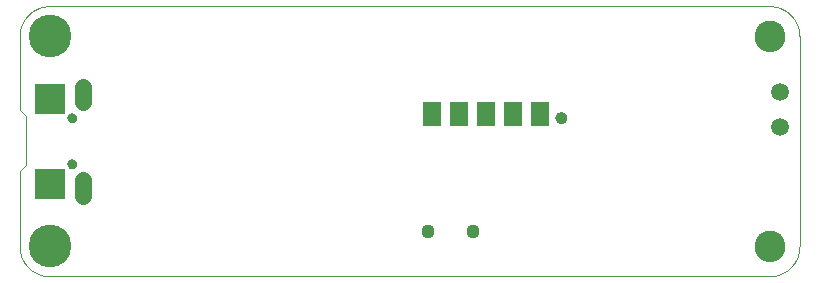
<source format=gbs>
G75*
%MOIN*%
%OFA0B0*%
%FSLAX25Y25*%
%IPPOS*%
%LPD*%
%AMOC8*
5,1,8,0,0,1.08239X$1,22.5*
%
%ADD10C,0.00000*%
%ADD11C,0.10243*%
%ADD12C,0.14243*%
%ADD13C,0.03156*%
%ADD14R,0.10243X0.10243*%
%ADD15C,0.05550*%
%ADD16C,0.03943*%
%ADD17R,0.06306X0.08274*%
%ADD18C,0.04337*%
%ADD19C,0.05943*%
D10*
X0049095Y0045933D02*
X0289095Y0045933D01*
X0284174Y0055933D02*
X0284176Y0056073D01*
X0284182Y0056213D01*
X0284192Y0056352D01*
X0284206Y0056491D01*
X0284224Y0056630D01*
X0284245Y0056768D01*
X0284271Y0056906D01*
X0284301Y0057043D01*
X0284334Y0057178D01*
X0284372Y0057313D01*
X0284413Y0057447D01*
X0284458Y0057580D01*
X0284506Y0057711D01*
X0284559Y0057840D01*
X0284615Y0057969D01*
X0284674Y0058095D01*
X0284738Y0058220D01*
X0284804Y0058343D01*
X0284875Y0058464D01*
X0284948Y0058583D01*
X0285025Y0058700D01*
X0285106Y0058814D01*
X0285189Y0058926D01*
X0285276Y0059036D01*
X0285366Y0059144D01*
X0285458Y0059248D01*
X0285554Y0059350D01*
X0285653Y0059450D01*
X0285754Y0059546D01*
X0285858Y0059640D01*
X0285965Y0059730D01*
X0286074Y0059817D01*
X0286186Y0059902D01*
X0286300Y0059983D01*
X0286416Y0060061D01*
X0286534Y0060135D01*
X0286655Y0060206D01*
X0286777Y0060274D01*
X0286902Y0060338D01*
X0287028Y0060399D01*
X0287155Y0060456D01*
X0287285Y0060509D01*
X0287416Y0060559D01*
X0287548Y0060604D01*
X0287681Y0060647D01*
X0287816Y0060685D01*
X0287951Y0060719D01*
X0288088Y0060750D01*
X0288225Y0060777D01*
X0288363Y0060799D01*
X0288502Y0060818D01*
X0288641Y0060833D01*
X0288780Y0060844D01*
X0288920Y0060851D01*
X0289060Y0060854D01*
X0289200Y0060853D01*
X0289340Y0060848D01*
X0289479Y0060839D01*
X0289619Y0060826D01*
X0289758Y0060809D01*
X0289896Y0060788D01*
X0290034Y0060764D01*
X0290171Y0060735D01*
X0290307Y0060703D01*
X0290442Y0060666D01*
X0290576Y0060626D01*
X0290709Y0060582D01*
X0290840Y0060534D01*
X0290970Y0060483D01*
X0291099Y0060428D01*
X0291226Y0060369D01*
X0291351Y0060306D01*
X0291474Y0060241D01*
X0291596Y0060171D01*
X0291715Y0060098D01*
X0291833Y0060022D01*
X0291948Y0059943D01*
X0292061Y0059860D01*
X0292171Y0059774D01*
X0292279Y0059685D01*
X0292384Y0059593D01*
X0292487Y0059498D01*
X0292587Y0059400D01*
X0292684Y0059300D01*
X0292778Y0059196D01*
X0292870Y0059090D01*
X0292958Y0058982D01*
X0293043Y0058871D01*
X0293125Y0058757D01*
X0293204Y0058641D01*
X0293279Y0058524D01*
X0293351Y0058404D01*
X0293419Y0058282D01*
X0293484Y0058158D01*
X0293546Y0058032D01*
X0293604Y0057905D01*
X0293658Y0057776D01*
X0293709Y0057645D01*
X0293755Y0057513D01*
X0293798Y0057380D01*
X0293838Y0057246D01*
X0293873Y0057111D01*
X0293905Y0056974D01*
X0293932Y0056837D01*
X0293956Y0056699D01*
X0293976Y0056561D01*
X0293992Y0056422D01*
X0294004Y0056282D01*
X0294012Y0056143D01*
X0294016Y0056003D01*
X0294016Y0055863D01*
X0294012Y0055723D01*
X0294004Y0055584D01*
X0293992Y0055444D01*
X0293976Y0055305D01*
X0293956Y0055167D01*
X0293932Y0055029D01*
X0293905Y0054892D01*
X0293873Y0054755D01*
X0293838Y0054620D01*
X0293798Y0054486D01*
X0293755Y0054353D01*
X0293709Y0054221D01*
X0293658Y0054090D01*
X0293604Y0053961D01*
X0293546Y0053834D01*
X0293484Y0053708D01*
X0293419Y0053584D01*
X0293351Y0053462D01*
X0293279Y0053342D01*
X0293204Y0053225D01*
X0293125Y0053109D01*
X0293043Y0052995D01*
X0292958Y0052884D01*
X0292870Y0052776D01*
X0292778Y0052670D01*
X0292684Y0052566D01*
X0292587Y0052466D01*
X0292487Y0052368D01*
X0292384Y0052273D01*
X0292279Y0052181D01*
X0292171Y0052092D01*
X0292061Y0052006D01*
X0291948Y0051923D01*
X0291833Y0051844D01*
X0291715Y0051768D01*
X0291596Y0051695D01*
X0291474Y0051625D01*
X0291351Y0051560D01*
X0291226Y0051497D01*
X0291099Y0051438D01*
X0290970Y0051383D01*
X0290840Y0051332D01*
X0290709Y0051284D01*
X0290576Y0051240D01*
X0290442Y0051200D01*
X0290307Y0051163D01*
X0290171Y0051131D01*
X0290034Y0051102D01*
X0289896Y0051078D01*
X0289758Y0051057D01*
X0289619Y0051040D01*
X0289479Y0051027D01*
X0289340Y0051018D01*
X0289200Y0051013D01*
X0289060Y0051012D01*
X0288920Y0051015D01*
X0288780Y0051022D01*
X0288641Y0051033D01*
X0288502Y0051048D01*
X0288363Y0051067D01*
X0288225Y0051089D01*
X0288088Y0051116D01*
X0287951Y0051147D01*
X0287816Y0051181D01*
X0287681Y0051219D01*
X0287548Y0051262D01*
X0287416Y0051307D01*
X0287285Y0051357D01*
X0287155Y0051410D01*
X0287028Y0051467D01*
X0286902Y0051528D01*
X0286777Y0051592D01*
X0286655Y0051660D01*
X0286534Y0051731D01*
X0286416Y0051805D01*
X0286300Y0051883D01*
X0286186Y0051964D01*
X0286074Y0052049D01*
X0285965Y0052136D01*
X0285858Y0052226D01*
X0285754Y0052320D01*
X0285653Y0052416D01*
X0285554Y0052516D01*
X0285458Y0052618D01*
X0285366Y0052722D01*
X0285276Y0052830D01*
X0285189Y0052940D01*
X0285106Y0053052D01*
X0285025Y0053166D01*
X0284948Y0053283D01*
X0284875Y0053402D01*
X0284804Y0053523D01*
X0284738Y0053646D01*
X0284674Y0053771D01*
X0284615Y0053897D01*
X0284559Y0054026D01*
X0284506Y0054155D01*
X0284458Y0054286D01*
X0284413Y0054419D01*
X0284372Y0054553D01*
X0284334Y0054688D01*
X0284301Y0054823D01*
X0284271Y0054960D01*
X0284245Y0055098D01*
X0284224Y0055236D01*
X0284206Y0055375D01*
X0284192Y0055514D01*
X0284182Y0055653D01*
X0284176Y0055793D01*
X0284174Y0055933D01*
X0289095Y0045933D02*
X0289337Y0045936D01*
X0289578Y0045945D01*
X0289819Y0045959D01*
X0290060Y0045980D01*
X0290300Y0046006D01*
X0290540Y0046038D01*
X0290779Y0046076D01*
X0291016Y0046119D01*
X0291253Y0046169D01*
X0291488Y0046224D01*
X0291722Y0046284D01*
X0291954Y0046351D01*
X0292185Y0046422D01*
X0292414Y0046500D01*
X0292641Y0046583D01*
X0292866Y0046671D01*
X0293089Y0046765D01*
X0293309Y0046864D01*
X0293527Y0046969D01*
X0293742Y0047078D01*
X0293955Y0047193D01*
X0294165Y0047313D01*
X0294371Y0047438D01*
X0294575Y0047568D01*
X0294776Y0047703D01*
X0294973Y0047843D01*
X0295167Y0047987D01*
X0295357Y0048136D01*
X0295543Y0048290D01*
X0295726Y0048448D01*
X0295905Y0048610D01*
X0296080Y0048777D01*
X0296251Y0048948D01*
X0296418Y0049123D01*
X0296580Y0049302D01*
X0296738Y0049485D01*
X0296892Y0049671D01*
X0297041Y0049861D01*
X0297185Y0050055D01*
X0297325Y0050252D01*
X0297460Y0050453D01*
X0297590Y0050657D01*
X0297715Y0050863D01*
X0297835Y0051073D01*
X0297950Y0051286D01*
X0298059Y0051501D01*
X0298164Y0051719D01*
X0298263Y0051939D01*
X0298357Y0052162D01*
X0298445Y0052387D01*
X0298528Y0052614D01*
X0298606Y0052843D01*
X0298677Y0053074D01*
X0298744Y0053306D01*
X0298804Y0053540D01*
X0298859Y0053775D01*
X0298909Y0054012D01*
X0298952Y0054249D01*
X0298990Y0054488D01*
X0299022Y0054728D01*
X0299048Y0054968D01*
X0299069Y0055209D01*
X0299083Y0055450D01*
X0299092Y0055691D01*
X0299095Y0055933D01*
X0299095Y0125933D01*
X0284174Y0125933D02*
X0284176Y0126073D01*
X0284182Y0126213D01*
X0284192Y0126352D01*
X0284206Y0126491D01*
X0284224Y0126630D01*
X0284245Y0126768D01*
X0284271Y0126906D01*
X0284301Y0127043D01*
X0284334Y0127178D01*
X0284372Y0127313D01*
X0284413Y0127447D01*
X0284458Y0127580D01*
X0284506Y0127711D01*
X0284559Y0127840D01*
X0284615Y0127969D01*
X0284674Y0128095D01*
X0284738Y0128220D01*
X0284804Y0128343D01*
X0284875Y0128464D01*
X0284948Y0128583D01*
X0285025Y0128700D01*
X0285106Y0128814D01*
X0285189Y0128926D01*
X0285276Y0129036D01*
X0285366Y0129144D01*
X0285458Y0129248D01*
X0285554Y0129350D01*
X0285653Y0129450D01*
X0285754Y0129546D01*
X0285858Y0129640D01*
X0285965Y0129730D01*
X0286074Y0129817D01*
X0286186Y0129902D01*
X0286300Y0129983D01*
X0286416Y0130061D01*
X0286534Y0130135D01*
X0286655Y0130206D01*
X0286777Y0130274D01*
X0286902Y0130338D01*
X0287028Y0130399D01*
X0287155Y0130456D01*
X0287285Y0130509D01*
X0287416Y0130559D01*
X0287548Y0130604D01*
X0287681Y0130647D01*
X0287816Y0130685D01*
X0287951Y0130719D01*
X0288088Y0130750D01*
X0288225Y0130777D01*
X0288363Y0130799D01*
X0288502Y0130818D01*
X0288641Y0130833D01*
X0288780Y0130844D01*
X0288920Y0130851D01*
X0289060Y0130854D01*
X0289200Y0130853D01*
X0289340Y0130848D01*
X0289479Y0130839D01*
X0289619Y0130826D01*
X0289758Y0130809D01*
X0289896Y0130788D01*
X0290034Y0130764D01*
X0290171Y0130735D01*
X0290307Y0130703D01*
X0290442Y0130666D01*
X0290576Y0130626D01*
X0290709Y0130582D01*
X0290840Y0130534D01*
X0290970Y0130483D01*
X0291099Y0130428D01*
X0291226Y0130369D01*
X0291351Y0130306D01*
X0291474Y0130241D01*
X0291596Y0130171D01*
X0291715Y0130098D01*
X0291833Y0130022D01*
X0291948Y0129943D01*
X0292061Y0129860D01*
X0292171Y0129774D01*
X0292279Y0129685D01*
X0292384Y0129593D01*
X0292487Y0129498D01*
X0292587Y0129400D01*
X0292684Y0129300D01*
X0292778Y0129196D01*
X0292870Y0129090D01*
X0292958Y0128982D01*
X0293043Y0128871D01*
X0293125Y0128757D01*
X0293204Y0128641D01*
X0293279Y0128524D01*
X0293351Y0128404D01*
X0293419Y0128282D01*
X0293484Y0128158D01*
X0293546Y0128032D01*
X0293604Y0127905D01*
X0293658Y0127776D01*
X0293709Y0127645D01*
X0293755Y0127513D01*
X0293798Y0127380D01*
X0293838Y0127246D01*
X0293873Y0127111D01*
X0293905Y0126974D01*
X0293932Y0126837D01*
X0293956Y0126699D01*
X0293976Y0126561D01*
X0293992Y0126422D01*
X0294004Y0126282D01*
X0294012Y0126143D01*
X0294016Y0126003D01*
X0294016Y0125863D01*
X0294012Y0125723D01*
X0294004Y0125584D01*
X0293992Y0125444D01*
X0293976Y0125305D01*
X0293956Y0125167D01*
X0293932Y0125029D01*
X0293905Y0124892D01*
X0293873Y0124755D01*
X0293838Y0124620D01*
X0293798Y0124486D01*
X0293755Y0124353D01*
X0293709Y0124221D01*
X0293658Y0124090D01*
X0293604Y0123961D01*
X0293546Y0123834D01*
X0293484Y0123708D01*
X0293419Y0123584D01*
X0293351Y0123462D01*
X0293279Y0123342D01*
X0293204Y0123225D01*
X0293125Y0123109D01*
X0293043Y0122995D01*
X0292958Y0122884D01*
X0292870Y0122776D01*
X0292778Y0122670D01*
X0292684Y0122566D01*
X0292587Y0122466D01*
X0292487Y0122368D01*
X0292384Y0122273D01*
X0292279Y0122181D01*
X0292171Y0122092D01*
X0292061Y0122006D01*
X0291948Y0121923D01*
X0291833Y0121844D01*
X0291715Y0121768D01*
X0291596Y0121695D01*
X0291474Y0121625D01*
X0291351Y0121560D01*
X0291226Y0121497D01*
X0291099Y0121438D01*
X0290970Y0121383D01*
X0290840Y0121332D01*
X0290709Y0121284D01*
X0290576Y0121240D01*
X0290442Y0121200D01*
X0290307Y0121163D01*
X0290171Y0121131D01*
X0290034Y0121102D01*
X0289896Y0121078D01*
X0289758Y0121057D01*
X0289619Y0121040D01*
X0289479Y0121027D01*
X0289340Y0121018D01*
X0289200Y0121013D01*
X0289060Y0121012D01*
X0288920Y0121015D01*
X0288780Y0121022D01*
X0288641Y0121033D01*
X0288502Y0121048D01*
X0288363Y0121067D01*
X0288225Y0121089D01*
X0288088Y0121116D01*
X0287951Y0121147D01*
X0287816Y0121181D01*
X0287681Y0121219D01*
X0287548Y0121262D01*
X0287416Y0121307D01*
X0287285Y0121357D01*
X0287155Y0121410D01*
X0287028Y0121467D01*
X0286902Y0121528D01*
X0286777Y0121592D01*
X0286655Y0121660D01*
X0286534Y0121731D01*
X0286416Y0121805D01*
X0286300Y0121883D01*
X0286186Y0121964D01*
X0286074Y0122049D01*
X0285965Y0122136D01*
X0285858Y0122226D01*
X0285754Y0122320D01*
X0285653Y0122416D01*
X0285554Y0122516D01*
X0285458Y0122618D01*
X0285366Y0122722D01*
X0285276Y0122830D01*
X0285189Y0122940D01*
X0285106Y0123052D01*
X0285025Y0123166D01*
X0284948Y0123283D01*
X0284875Y0123402D01*
X0284804Y0123523D01*
X0284738Y0123646D01*
X0284674Y0123771D01*
X0284615Y0123897D01*
X0284559Y0124026D01*
X0284506Y0124155D01*
X0284458Y0124286D01*
X0284413Y0124419D01*
X0284372Y0124553D01*
X0284334Y0124688D01*
X0284301Y0124823D01*
X0284271Y0124960D01*
X0284245Y0125098D01*
X0284224Y0125236D01*
X0284206Y0125375D01*
X0284192Y0125514D01*
X0284182Y0125653D01*
X0284176Y0125793D01*
X0284174Y0125933D01*
X0289095Y0135933D02*
X0289337Y0135930D01*
X0289578Y0135921D01*
X0289819Y0135907D01*
X0290060Y0135886D01*
X0290300Y0135860D01*
X0290540Y0135828D01*
X0290779Y0135790D01*
X0291016Y0135747D01*
X0291253Y0135697D01*
X0291488Y0135642D01*
X0291722Y0135582D01*
X0291954Y0135515D01*
X0292185Y0135444D01*
X0292414Y0135366D01*
X0292641Y0135283D01*
X0292866Y0135195D01*
X0293089Y0135101D01*
X0293309Y0135002D01*
X0293527Y0134897D01*
X0293742Y0134788D01*
X0293955Y0134673D01*
X0294165Y0134553D01*
X0294371Y0134428D01*
X0294575Y0134298D01*
X0294776Y0134163D01*
X0294973Y0134023D01*
X0295167Y0133879D01*
X0295357Y0133730D01*
X0295543Y0133576D01*
X0295726Y0133418D01*
X0295905Y0133256D01*
X0296080Y0133089D01*
X0296251Y0132918D01*
X0296418Y0132743D01*
X0296580Y0132564D01*
X0296738Y0132381D01*
X0296892Y0132195D01*
X0297041Y0132005D01*
X0297185Y0131811D01*
X0297325Y0131614D01*
X0297460Y0131413D01*
X0297590Y0131209D01*
X0297715Y0131003D01*
X0297835Y0130793D01*
X0297950Y0130580D01*
X0298059Y0130365D01*
X0298164Y0130147D01*
X0298263Y0129927D01*
X0298357Y0129704D01*
X0298445Y0129479D01*
X0298528Y0129252D01*
X0298606Y0129023D01*
X0298677Y0128792D01*
X0298744Y0128560D01*
X0298804Y0128326D01*
X0298859Y0128091D01*
X0298909Y0127854D01*
X0298952Y0127617D01*
X0298990Y0127378D01*
X0299022Y0127138D01*
X0299048Y0126898D01*
X0299069Y0126657D01*
X0299083Y0126416D01*
X0299092Y0126175D01*
X0299095Y0125933D01*
X0289095Y0135933D02*
X0049095Y0135933D01*
X0048853Y0135930D01*
X0048612Y0135921D01*
X0048371Y0135907D01*
X0048130Y0135886D01*
X0047890Y0135860D01*
X0047650Y0135828D01*
X0047411Y0135790D01*
X0047174Y0135747D01*
X0046937Y0135697D01*
X0046702Y0135642D01*
X0046468Y0135582D01*
X0046236Y0135515D01*
X0046005Y0135444D01*
X0045776Y0135366D01*
X0045549Y0135283D01*
X0045324Y0135195D01*
X0045101Y0135101D01*
X0044881Y0135002D01*
X0044663Y0134897D01*
X0044448Y0134788D01*
X0044235Y0134673D01*
X0044025Y0134553D01*
X0043819Y0134428D01*
X0043615Y0134298D01*
X0043414Y0134163D01*
X0043217Y0134023D01*
X0043023Y0133879D01*
X0042833Y0133730D01*
X0042647Y0133576D01*
X0042464Y0133418D01*
X0042285Y0133256D01*
X0042110Y0133089D01*
X0041939Y0132918D01*
X0041772Y0132743D01*
X0041610Y0132564D01*
X0041452Y0132381D01*
X0041298Y0132195D01*
X0041149Y0132005D01*
X0041005Y0131811D01*
X0040865Y0131614D01*
X0040730Y0131413D01*
X0040600Y0131209D01*
X0040475Y0131003D01*
X0040355Y0130793D01*
X0040240Y0130580D01*
X0040131Y0130365D01*
X0040026Y0130147D01*
X0039927Y0129927D01*
X0039833Y0129704D01*
X0039745Y0129479D01*
X0039662Y0129252D01*
X0039584Y0129023D01*
X0039513Y0128792D01*
X0039446Y0128560D01*
X0039386Y0128326D01*
X0039331Y0128091D01*
X0039281Y0127854D01*
X0039238Y0127617D01*
X0039200Y0127378D01*
X0039168Y0127138D01*
X0039142Y0126898D01*
X0039121Y0126657D01*
X0039107Y0126416D01*
X0039098Y0126175D01*
X0039095Y0125933D01*
X0039095Y0101433D01*
X0041095Y0099433D01*
X0041095Y0082933D01*
X0039095Y0080933D01*
X0039095Y0055933D01*
X0039098Y0055691D01*
X0039107Y0055450D01*
X0039121Y0055209D01*
X0039142Y0054968D01*
X0039168Y0054728D01*
X0039200Y0054488D01*
X0039238Y0054249D01*
X0039281Y0054012D01*
X0039331Y0053775D01*
X0039386Y0053540D01*
X0039446Y0053306D01*
X0039513Y0053074D01*
X0039584Y0052843D01*
X0039662Y0052614D01*
X0039745Y0052387D01*
X0039833Y0052162D01*
X0039927Y0051939D01*
X0040026Y0051719D01*
X0040131Y0051501D01*
X0040240Y0051286D01*
X0040355Y0051073D01*
X0040475Y0050863D01*
X0040600Y0050657D01*
X0040730Y0050453D01*
X0040865Y0050252D01*
X0041005Y0050055D01*
X0041149Y0049861D01*
X0041298Y0049671D01*
X0041452Y0049485D01*
X0041610Y0049302D01*
X0041772Y0049123D01*
X0041939Y0048948D01*
X0042110Y0048777D01*
X0042285Y0048610D01*
X0042464Y0048448D01*
X0042647Y0048290D01*
X0042833Y0048136D01*
X0043023Y0047987D01*
X0043217Y0047843D01*
X0043414Y0047703D01*
X0043615Y0047568D01*
X0043819Y0047438D01*
X0044025Y0047313D01*
X0044235Y0047193D01*
X0044448Y0047078D01*
X0044663Y0046969D01*
X0044881Y0046864D01*
X0045101Y0046765D01*
X0045324Y0046671D01*
X0045549Y0046583D01*
X0045776Y0046500D01*
X0046005Y0046422D01*
X0046236Y0046351D01*
X0046468Y0046284D01*
X0046702Y0046224D01*
X0046937Y0046169D01*
X0047174Y0046119D01*
X0047411Y0046076D01*
X0047650Y0046038D01*
X0047890Y0046006D01*
X0048130Y0045980D01*
X0048371Y0045959D01*
X0048612Y0045945D01*
X0048853Y0045936D01*
X0049095Y0045933D01*
X0047934Y0074988D02*
X0050296Y0074988D01*
X0050373Y0075000D01*
X0050449Y0075015D01*
X0050525Y0075034D01*
X0050599Y0075057D01*
X0050673Y0075083D01*
X0050744Y0075113D01*
X0050815Y0075147D01*
X0050883Y0075183D01*
X0050950Y0075224D01*
X0051015Y0075267D01*
X0051077Y0075313D01*
X0051138Y0075363D01*
X0051195Y0075415D01*
X0051250Y0075471D01*
X0051302Y0075528D01*
X0051352Y0075589D01*
X0051398Y0075651D01*
X0051441Y0075716D01*
X0051481Y0075783D01*
X0051518Y0075852D01*
X0051551Y0075922D01*
X0051581Y0075994D01*
X0051607Y0076068D01*
X0051629Y0076142D01*
X0051648Y0076218D01*
X0051663Y0076294D01*
X0051674Y0076371D01*
X0051682Y0076449D01*
X0051686Y0076527D01*
X0051685Y0076605D01*
X0051682Y0076682D01*
X0051674Y0076760D01*
X0051682Y0076838D01*
X0051685Y0076915D01*
X0051686Y0076993D01*
X0051682Y0077071D01*
X0051674Y0077149D01*
X0051663Y0077226D01*
X0051648Y0077302D01*
X0051629Y0077378D01*
X0051607Y0077452D01*
X0051581Y0077526D01*
X0051551Y0077598D01*
X0051518Y0077668D01*
X0051481Y0077737D01*
X0051441Y0077804D01*
X0051398Y0077869D01*
X0051352Y0077931D01*
X0051302Y0077992D01*
X0051250Y0078049D01*
X0051195Y0078105D01*
X0051138Y0078157D01*
X0051077Y0078207D01*
X0051015Y0078253D01*
X0050950Y0078296D01*
X0050883Y0078337D01*
X0050815Y0078373D01*
X0050744Y0078407D01*
X0050673Y0078437D01*
X0050599Y0078463D01*
X0050525Y0078486D01*
X0050449Y0078505D01*
X0050373Y0078520D01*
X0050296Y0078532D01*
X0050296Y0078531D02*
X0047934Y0078531D01*
X0047934Y0078532D02*
X0047857Y0078520D01*
X0047781Y0078505D01*
X0047705Y0078486D01*
X0047631Y0078463D01*
X0047557Y0078437D01*
X0047486Y0078407D01*
X0047415Y0078373D01*
X0047347Y0078337D01*
X0047280Y0078296D01*
X0047215Y0078253D01*
X0047153Y0078207D01*
X0047092Y0078157D01*
X0047035Y0078105D01*
X0046980Y0078049D01*
X0046928Y0077992D01*
X0046878Y0077931D01*
X0046832Y0077869D01*
X0046789Y0077804D01*
X0046749Y0077737D01*
X0046712Y0077668D01*
X0046679Y0077598D01*
X0046649Y0077526D01*
X0046623Y0077452D01*
X0046601Y0077378D01*
X0046582Y0077302D01*
X0046567Y0077226D01*
X0046556Y0077149D01*
X0046548Y0077071D01*
X0046544Y0076993D01*
X0046545Y0076915D01*
X0046548Y0076838D01*
X0046556Y0076760D01*
X0046548Y0076682D01*
X0046545Y0076605D01*
X0046544Y0076527D01*
X0046548Y0076449D01*
X0046556Y0076371D01*
X0046567Y0076294D01*
X0046582Y0076218D01*
X0046601Y0076142D01*
X0046623Y0076068D01*
X0046649Y0075994D01*
X0046679Y0075922D01*
X0046712Y0075852D01*
X0046749Y0075783D01*
X0046789Y0075716D01*
X0046832Y0075651D01*
X0046878Y0075589D01*
X0046928Y0075528D01*
X0046980Y0075471D01*
X0047035Y0075415D01*
X0047092Y0075363D01*
X0047153Y0075313D01*
X0047215Y0075267D01*
X0047280Y0075224D01*
X0047347Y0075183D01*
X0047415Y0075147D01*
X0047486Y0075113D01*
X0047557Y0075083D01*
X0047631Y0075057D01*
X0047705Y0075034D01*
X0047781Y0075015D01*
X0047857Y0075000D01*
X0047934Y0074988D01*
X0055217Y0083256D02*
X0055219Y0083330D01*
X0055225Y0083404D01*
X0055235Y0083477D01*
X0055249Y0083550D01*
X0055266Y0083622D01*
X0055288Y0083692D01*
X0055313Y0083762D01*
X0055342Y0083830D01*
X0055375Y0083896D01*
X0055411Y0083961D01*
X0055451Y0084023D01*
X0055493Y0084084D01*
X0055539Y0084142D01*
X0055588Y0084197D01*
X0055640Y0084250D01*
X0055695Y0084300D01*
X0055752Y0084346D01*
X0055812Y0084390D01*
X0055874Y0084430D01*
X0055938Y0084467D01*
X0056004Y0084501D01*
X0056072Y0084531D01*
X0056141Y0084557D01*
X0056212Y0084580D01*
X0056283Y0084598D01*
X0056356Y0084613D01*
X0056429Y0084624D01*
X0056503Y0084631D01*
X0056577Y0084634D01*
X0056650Y0084633D01*
X0056724Y0084628D01*
X0056798Y0084619D01*
X0056871Y0084606D01*
X0056943Y0084589D01*
X0057014Y0084569D01*
X0057084Y0084544D01*
X0057152Y0084516D01*
X0057219Y0084485D01*
X0057284Y0084449D01*
X0057347Y0084411D01*
X0057408Y0084369D01*
X0057467Y0084323D01*
X0057523Y0084275D01*
X0057576Y0084224D01*
X0057626Y0084170D01*
X0057674Y0084113D01*
X0057718Y0084054D01*
X0057760Y0083992D01*
X0057798Y0083929D01*
X0057832Y0083863D01*
X0057863Y0083796D01*
X0057890Y0083727D01*
X0057913Y0083657D01*
X0057933Y0083586D01*
X0057949Y0083513D01*
X0057961Y0083440D01*
X0057969Y0083367D01*
X0057973Y0083293D01*
X0057973Y0083219D01*
X0057969Y0083145D01*
X0057961Y0083072D01*
X0057949Y0082999D01*
X0057933Y0082926D01*
X0057913Y0082855D01*
X0057890Y0082785D01*
X0057863Y0082716D01*
X0057832Y0082649D01*
X0057798Y0082583D01*
X0057760Y0082520D01*
X0057718Y0082458D01*
X0057674Y0082399D01*
X0057626Y0082342D01*
X0057576Y0082288D01*
X0057523Y0082237D01*
X0057467Y0082189D01*
X0057408Y0082143D01*
X0057347Y0082101D01*
X0057284Y0082063D01*
X0057219Y0082027D01*
X0057152Y0081996D01*
X0057084Y0081968D01*
X0057014Y0081943D01*
X0056943Y0081923D01*
X0056871Y0081906D01*
X0056798Y0081893D01*
X0056724Y0081884D01*
X0056650Y0081879D01*
X0056577Y0081878D01*
X0056503Y0081881D01*
X0056429Y0081888D01*
X0056356Y0081899D01*
X0056283Y0081914D01*
X0056212Y0081932D01*
X0056141Y0081955D01*
X0056072Y0081981D01*
X0056004Y0082011D01*
X0055938Y0082045D01*
X0055874Y0082082D01*
X0055812Y0082122D01*
X0055752Y0082166D01*
X0055695Y0082212D01*
X0055640Y0082262D01*
X0055588Y0082315D01*
X0055539Y0082370D01*
X0055493Y0082428D01*
X0055451Y0082489D01*
X0055411Y0082551D01*
X0055375Y0082616D01*
X0055342Y0082682D01*
X0055313Y0082750D01*
X0055288Y0082820D01*
X0055266Y0082890D01*
X0055249Y0082962D01*
X0055235Y0083035D01*
X0055225Y0083108D01*
X0055219Y0083182D01*
X0055217Y0083256D01*
X0055217Y0098610D02*
X0055219Y0098684D01*
X0055225Y0098758D01*
X0055235Y0098831D01*
X0055249Y0098904D01*
X0055266Y0098976D01*
X0055288Y0099046D01*
X0055313Y0099116D01*
X0055342Y0099184D01*
X0055375Y0099250D01*
X0055411Y0099315D01*
X0055451Y0099377D01*
X0055493Y0099438D01*
X0055539Y0099496D01*
X0055588Y0099551D01*
X0055640Y0099604D01*
X0055695Y0099654D01*
X0055752Y0099700D01*
X0055812Y0099744D01*
X0055874Y0099784D01*
X0055938Y0099821D01*
X0056004Y0099855D01*
X0056072Y0099885D01*
X0056141Y0099911D01*
X0056212Y0099934D01*
X0056283Y0099952D01*
X0056356Y0099967D01*
X0056429Y0099978D01*
X0056503Y0099985D01*
X0056577Y0099988D01*
X0056650Y0099987D01*
X0056724Y0099982D01*
X0056798Y0099973D01*
X0056871Y0099960D01*
X0056943Y0099943D01*
X0057014Y0099923D01*
X0057084Y0099898D01*
X0057152Y0099870D01*
X0057219Y0099839D01*
X0057284Y0099803D01*
X0057347Y0099765D01*
X0057408Y0099723D01*
X0057467Y0099677D01*
X0057523Y0099629D01*
X0057576Y0099578D01*
X0057626Y0099524D01*
X0057674Y0099467D01*
X0057718Y0099408D01*
X0057760Y0099346D01*
X0057798Y0099283D01*
X0057832Y0099217D01*
X0057863Y0099150D01*
X0057890Y0099081D01*
X0057913Y0099011D01*
X0057933Y0098940D01*
X0057949Y0098867D01*
X0057961Y0098794D01*
X0057969Y0098721D01*
X0057973Y0098647D01*
X0057973Y0098573D01*
X0057969Y0098499D01*
X0057961Y0098426D01*
X0057949Y0098353D01*
X0057933Y0098280D01*
X0057913Y0098209D01*
X0057890Y0098139D01*
X0057863Y0098070D01*
X0057832Y0098003D01*
X0057798Y0097937D01*
X0057760Y0097874D01*
X0057718Y0097812D01*
X0057674Y0097753D01*
X0057626Y0097696D01*
X0057576Y0097642D01*
X0057523Y0097591D01*
X0057467Y0097543D01*
X0057408Y0097497D01*
X0057347Y0097455D01*
X0057284Y0097417D01*
X0057219Y0097381D01*
X0057152Y0097350D01*
X0057084Y0097322D01*
X0057014Y0097297D01*
X0056943Y0097277D01*
X0056871Y0097260D01*
X0056798Y0097247D01*
X0056724Y0097238D01*
X0056650Y0097233D01*
X0056577Y0097232D01*
X0056503Y0097235D01*
X0056429Y0097242D01*
X0056356Y0097253D01*
X0056283Y0097268D01*
X0056212Y0097286D01*
X0056141Y0097309D01*
X0056072Y0097335D01*
X0056004Y0097365D01*
X0055938Y0097399D01*
X0055874Y0097436D01*
X0055812Y0097476D01*
X0055752Y0097520D01*
X0055695Y0097566D01*
X0055640Y0097616D01*
X0055588Y0097669D01*
X0055539Y0097724D01*
X0055493Y0097782D01*
X0055451Y0097843D01*
X0055411Y0097905D01*
X0055375Y0097970D01*
X0055342Y0098036D01*
X0055313Y0098104D01*
X0055288Y0098174D01*
X0055266Y0098244D01*
X0055249Y0098316D01*
X0055235Y0098389D01*
X0055225Y0098462D01*
X0055219Y0098536D01*
X0055217Y0098610D01*
X0050296Y0103335D02*
X0048131Y0103335D01*
X0048130Y0103334D02*
X0048056Y0103331D01*
X0047981Y0103332D01*
X0047906Y0103336D01*
X0047831Y0103345D01*
X0047757Y0103357D01*
X0047684Y0103373D01*
X0047611Y0103392D01*
X0047540Y0103415D01*
X0047470Y0103442D01*
X0047401Y0103472D01*
X0047334Y0103506D01*
X0047269Y0103543D01*
X0047206Y0103583D01*
X0047145Y0103626D01*
X0047086Y0103673D01*
X0047030Y0103722D01*
X0046976Y0103774D01*
X0046925Y0103829D01*
X0046876Y0103887D01*
X0046831Y0103946D01*
X0046789Y0104008D01*
X0046750Y0104072D01*
X0046714Y0104138D01*
X0046681Y0104206D01*
X0046652Y0104275D01*
X0046627Y0104346D01*
X0046605Y0104417D01*
X0046587Y0104490D01*
X0046573Y0104564D01*
X0046562Y0104638D01*
X0046555Y0104713D01*
X0046556Y0104713D02*
X0046556Y0105500D01*
X0046555Y0105500D02*
X0046562Y0105575D01*
X0046573Y0105649D01*
X0046587Y0105723D01*
X0046605Y0105796D01*
X0046627Y0105867D01*
X0046652Y0105938D01*
X0046681Y0106007D01*
X0046714Y0106075D01*
X0046750Y0106141D01*
X0046789Y0106205D01*
X0046831Y0106267D01*
X0046876Y0106326D01*
X0046925Y0106384D01*
X0046976Y0106439D01*
X0047030Y0106491D01*
X0047086Y0106540D01*
X0047145Y0106587D01*
X0047206Y0106630D01*
X0047269Y0106670D01*
X0047334Y0106707D01*
X0047401Y0106741D01*
X0047470Y0106771D01*
X0047540Y0106798D01*
X0047611Y0106821D01*
X0047684Y0106840D01*
X0047757Y0106856D01*
X0047831Y0106868D01*
X0047906Y0106877D01*
X0047981Y0106881D01*
X0048056Y0106882D01*
X0048130Y0106879D01*
X0048131Y0106878D02*
X0050296Y0106878D01*
X0050368Y0106876D01*
X0050440Y0106870D01*
X0050512Y0106861D01*
X0050583Y0106848D01*
X0050653Y0106831D01*
X0050722Y0106811D01*
X0050790Y0106786D01*
X0050856Y0106759D01*
X0050922Y0106728D01*
X0050985Y0106693D01*
X0051047Y0106656D01*
X0051106Y0106615D01*
X0051163Y0106571D01*
X0051218Y0106524D01*
X0051270Y0106474D01*
X0051320Y0106422D01*
X0051367Y0106367D01*
X0051411Y0106310D01*
X0051452Y0106251D01*
X0051489Y0106189D01*
X0051524Y0106126D01*
X0051555Y0106060D01*
X0051582Y0105994D01*
X0051607Y0105926D01*
X0051627Y0105857D01*
X0051644Y0105787D01*
X0051657Y0105716D01*
X0051666Y0105644D01*
X0051672Y0105572D01*
X0051674Y0105500D01*
X0051674Y0104713D01*
X0051672Y0104641D01*
X0051666Y0104569D01*
X0051657Y0104497D01*
X0051644Y0104426D01*
X0051627Y0104356D01*
X0051607Y0104287D01*
X0051582Y0104219D01*
X0051555Y0104153D01*
X0051524Y0104087D01*
X0051489Y0104024D01*
X0051452Y0103962D01*
X0051411Y0103903D01*
X0051367Y0103846D01*
X0051320Y0103791D01*
X0051270Y0103739D01*
X0051218Y0103689D01*
X0051163Y0103642D01*
X0051106Y0103598D01*
X0051047Y0103557D01*
X0050985Y0103520D01*
X0050922Y0103485D01*
X0050856Y0103454D01*
X0050790Y0103427D01*
X0050722Y0103402D01*
X0050653Y0103382D01*
X0050583Y0103365D01*
X0050512Y0103352D01*
X0050440Y0103343D01*
X0050368Y0103337D01*
X0050296Y0103335D01*
X0173126Y0060933D02*
X0173128Y0061021D01*
X0173134Y0061109D01*
X0173144Y0061197D01*
X0173158Y0061285D01*
X0173175Y0061371D01*
X0173197Y0061457D01*
X0173222Y0061541D01*
X0173252Y0061625D01*
X0173284Y0061707D01*
X0173321Y0061787D01*
X0173361Y0061866D01*
X0173405Y0061943D01*
X0173452Y0062018D01*
X0173502Y0062090D01*
X0173556Y0062161D01*
X0173612Y0062228D01*
X0173672Y0062294D01*
X0173734Y0062356D01*
X0173800Y0062416D01*
X0173867Y0062472D01*
X0173938Y0062526D01*
X0174010Y0062576D01*
X0174085Y0062623D01*
X0174162Y0062667D01*
X0174241Y0062707D01*
X0174321Y0062744D01*
X0174403Y0062776D01*
X0174487Y0062806D01*
X0174571Y0062831D01*
X0174657Y0062853D01*
X0174743Y0062870D01*
X0174831Y0062884D01*
X0174919Y0062894D01*
X0175007Y0062900D01*
X0175095Y0062902D01*
X0175183Y0062900D01*
X0175271Y0062894D01*
X0175359Y0062884D01*
X0175447Y0062870D01*
X0175533Y0062853D01*
X0175619Y0062831D01*
X0175703Y0062806D01*
X0175787Y0062776D01*
X0175869Y0062744D01*
X0175949Y0062707D01*
X0176028Y0062667D01*
X0176105Y0062623D01*
X0176180Y0062576D01*
X0176252Y0062526D01*
X0176323Y0062472D01*
X0176390Y0062416D01*
X0176456Y0062356D01*
X0176518Y0062294D01*
X0176578Y0062228D01*
X0176634Y0062161D01*
X0176688Y0062090D01*
X0176738Y0062018D01*
X0176785Y0061943D01*
X0176829Y0061866D01*
X0176869Y0061787D01*
X0176906Y0061707D01*
X0176938Y0061625D01*
X0176968Y0061541D01*
X0176993Y0061457D01*
X0177015Y0061371D01*
X0177032Y0061285D01*
X0177046Y0061197D01*
X0177056Y0061109D01*
X0177062Y0061021D01*
X0177064Y0060933D01*
X0177062Y0060845D01*
X0177056Y0060757D01*
X0177046Y0060669D01*
X0177032Y0060581D01*
X0177015Y0060495D01*
X0176993Y0060409D01*
X0176968Y0060325D01*
X0176938Y0060241D01*
X0176906Y0060159D01*
X0176869Y0060079D01*
X0176829Y0060000D01*
X0176785Y0059923D01*
X0176738Y0059848D01*
X0176688Y0059776D01*
X0176634Y0059705D01*
X0176578Y0059638D01*
X0176518Y0059572D01*
X0176456Y0059510D01*
X0176390Y0059450D01*
X0176323Y0059394D01*
X0176252Y0059340D01*
X0176180Y0059290D01*
X0176105Y0059243D01*
X0176028Y0059199D01*
X0175949Y0059159D01*
X0175869Y0059122D01*
X0175787Y0059090D01*
X0175703Y0059060D01*
X0175619Y0059035D01*
X0175533Y0059013D01*
X0175447Y0058996D01*
X0175359Y0058982D01*
X0175271Y0058972D01*
X0175183Y0058966D01*
X0175095Y0058964D01*
X0175007Y0058966D01*
X0174919Y0058972D01*
X0174831Y0058982D01*
X0174743Y0058996D01*
X0174657Y0059013D01*
X0174571Y0059035D01*
X0174487Y0059060D01*
X0174403Y0059090D01*
X0174321Y0059122D01*
X0174241Y0059159D01*
X0174162Y0059199D01*
X0174085Y0059243D01*
X0174010Y0059290D01*
X0173938Y0059340D01*
X0173867Y0059394D01*
X0173800Y0059450D01*
X0173734Y0059510D01*
X0173672Y0059572D01*
X0173612Y0059638D01*
X0173556Y0059705D01*
X0173502Y0059776D01*
X0173452Y0059848D01*
X0173405Y0059923D01*
X0173361Y0060000D01*
X0173321Y0060079D01*
X0173284Y0060159D01*
X0173252Y0060241D01*
X0173222Y0060325D01*
X0173197Y0060409D01*
X0173175Y0060495D01*
X0173158Y0060581D01*
X0173144Y0060669D01*
X0173134Y0060757D01*
X0173128Y0060845D01*
X0173126Y0060933D01*
X0188126Y0060933D02*
X0188128Y0061021D01*
X0188134Y0061109D01*
X0188144Y0061197D01*
X0188158Y0061285D01*
X0188175Y0061371D01*
X0188197Y0061457D01*
X0188222Y0061541D01*
X0188252Y0061625D01*
X0188284Y0061707D01*
X0188321Y0061787D01*
X0188361Y0061866D01*
X0188405Y0061943D01*
X0188452Y0062018D01*
X0188502Y0062090D01*
X0188556Y0062161D01*
X0188612Y0062228D01*
X0188672Y0062294D01*
X0188734Y0062356D01*
X0188800Y0062416D01*
X0188867Y0062472D01*
X0188938Y0062526D01*
X0189010Y0062576D01*
X0189085Y0062623D01*
X0189162Y0062667D01*
X0189241Y0062707D01*
X0189321Y0062744D01*
X0189403Y0062776D01*
X0189487Y0062806D01*
X0189571Y0062831D01*
X0189657Y0062853D01*
X0189743Y0062870D01*
X0189831Y0062884D01*
X0189919Y0062894D01*
X0190007Y0062900D01*
X0190095Y0062902D01*
X0190183Y0062900D01*
X0190271Y0062894D01*
X0190359Y0062884D01*
X0190447Y0062870D01*
X0190533Y0062853D01*
X0190619Y0062831D01*
X0190703Y0062806D01*
X0190787Y0062776D01*
X0190869Y0062744D01*
X0190949Y0062707D01*
X0191028Y0062667D01*
X0191105Y0062623D01*
X0191180Y0062576D01*
X0191252Y0062526D01*
X0191323Y0062472D01*
X0191390Y0062416D01*
X0191456Y0062356D01*
X0191518Y0062294D01*
X0191578Y0062228D01*
X0191634Y0062161D01*
X0191688Y0062090D01*
X0191738Y0062018D01*
X0191785Y0061943D01*
X0191829Y0061866D01*
X0191869Y0061787D01*
X0191906Y0061707D01*
X0191938Y0061625D01*
X0191968Y0061541D01*
X0191993Y0061457D01*
X0192015Y0061371D01*
X0192032Y0061285D01*
X0192046Y0061197D01*
X0192056Y0061109D01*
X0192062Y0061021D01*
X0192064Y0060933D01*
X0192062Y0060845D01*
X0192056Y0060757D01*
X0192046Y0060669D01*
X0192032Y0060581D01*
X0192015Y0060495D01*
X0191993Y0060409D01*
X0191968Y0060325D01*
X0191938Y0060241D01*
X0191906Y0060159D01*
X0191869Y0060079D01*
X0191829Y0060000D01*
X0191785Y0059923D01*
X0191738Y0059848D01*
X0191688Y0059776D01*
X0191634Y0059705D01*
X0191578Y0059638D01*
X0191518Y0059572D01*
X0191456Y0059510D01*
X0191390Y0059450D01*
X0191323Y0059394D01*
X0191252Y0059340D01*
X0191180Y0059290D01*
X0191105Y0059243D01*
X0191028Y0059199D01*
X0190949Y0059159D01*
X0190869Y0059122D01*
X0190787Y0059090D01*
X0190703Y0059060D01*
X0190619Y0059035D01*
X0190533Y0059013D01*
X0190447Y0058996D01*
X0190359Y0058982D01*
X0190271Y0058972D01*
X0190183Y0058966D01*
X0190095Y0058964D01*
X0190007Y0058966D01*
X0189919Y0058972D01*
X0189831Y0058982D01*
X0189743Y0058996D01*
X0189657Y0059013D01*
X0189571Y0059035D01*
X0189487Y0059060D01*
X0189403Y0059090D01*
X0189321Y0059122D01*
X0189241Y0059159D01*
X0189162Y0059199D01*
X0189085Y0059243D01*
X0189010Y0059290D01*
X0188938Y0059340D01*
X0188867Y0059394D01*
X0188800Y0059450D01*
X0188734Y0059510D01*
X0188672Y0059572D01*
X0188612Y0059638D01*
X0188556Y0059705D01*
X0188502Y0059776D01*
X0188452Y0059848D01*
X0188405Y0059923D01*
X0188361Y0060000D01*
X0188321Y0060079D01*
X0188284Y0060159D01*
X0188252Y0060241D01*
X0188222Y0060325D01*
X0188197Y0060409D01*
X0188175Y0060495D01*
X0188158Y0060581D01*
X0188144Y0060669D01*
X0188134Y0060757D01*
X0188128Y0060845D01*
X0188126Y0060933D01*
X0217843Y0098772D02*
X0217845Y0098856D01*
X0217851Y0098939D01*
X0217861Y0099022D01*
X0217875Y0099105D01*
X0217892Y0099187D01*
X0217914Y0099268D01*
X0217939Y0099347D01*
X0217968Y0099426D01*
X0218001Y0099503D01*
X0218037Y0099578D01*
X0218077Y0099652D01*
X0218120Y0099724D01*
X0218167Y0099793D01*
X0218217Y0099860D01*
X0218270Y0099925D01*
X0218326Y0099987D01*
X0218384Y0100047D01*
X0218446Y0100104D01*
X0218510Y0100157D01*
X0218577Y0100208D01*
X0218646Y0100255D01*
X0218717Y0100300D01*
X0218790Y0100340D01*
X0218865Y0100377D01*
X0218942Y0100411D01*
X0219020Y0100441D01*
X0219099Y0100467D01*
X0219180Y0100490D01*
X0219262Y0100508D01*
X0219344Y0100523D01*
X0219427Y0100534D01*
X0219510Y0100541D01*
X0219594Y0100544D01*
X0219678Y0100543D01*
X0219761Y0100538D01*
X0219845Y0100529D01*
X0219927Y0100516D01*
X0220009Y0100500D01*
X0220090Y0100479D01*
X0220171Y0100455D01*
X0220249Y0100427D01*
X0220327Y0100395D01*
X0220403Y0100359D01*
X0220477Y0100320D01*
X0220549Y0100278D01*
X0220619Y0100232D01*
X0220687Y0100183D01*
X0220752Y0100131D01*
X0220815Y0100076D01*
X0220875Y0100018D01*
X0220933Y0099957D01*
X0220987Y0099893D01*
X0221039Y0099827D01*
X0221087Y0099759D01*
X0221132Y0099688D01*
X0221173Y0099615D01*
X0221212Y0099541D01*
X0221246Y0099465D01*
X0221277Y0099387D01*
X0221304Y0099308D01*
X0221328Y0099227D01*
X0221347Y0099146D01*
X0221363Y0099064D01*
X0221375Y0098981D01*
X0221383Y0098897D01*
X0221387Y0098814D01*
X0221387Y0098730D01*
X0221383Y0098647D01*
X0221375Y0098563D01*
X0221363Y0098480D01*
X0221347Y0098398D01*
X0221328Y0098317D01*
X0221304Y0098236D01*
X0221277Y0098157D01*
X0221246Y0098079D01*
X0221212Y0098003D01*
X0221173Y0097929D01*
X0221132Y0097856D01*
X0221087Y0097785D01*
X0221039Y0097717D01*
X0220987Y0097651D01*
X0220933Y0097587D01*
X0220875Y0097526D01*
X0220815Y0097468D01*
X0220752Y0097413D01*
X0220687Y0097361D01*
X0220619Y0097312D01*
X0220549Y0097266D01*
X0220477Y0097224D01*
X0220403Y0097185D01*
X0220327Y0097149D01*
X0220249Y0097117D01*
X0220171Y0097089D01*
X0220090Y0097065D01*
X0220009Y0097044D01*
X0219927Y0097028D01*
X0219845Y0097015D01*
X0219761Y0097006D01*
X0219678Y0097001D01*
X0219594Y0097000D01*
X0219510Y0097003D01*
X0219427Y0097010D01*
X0219344Y0097021D01*
X0219262Y0097036D01*
X0219180Y0097054D01*
X0219099Y0097077D01*
X0219020Y0097103D01*
X0218942Y0097133D01*
X0218865Y0097167D01*
X0218790Y0097204D01*
X0218717Y0097244D01*
X0218646Y0097289D01*
X0218577Y0097336D01*
X0218510Y0097387D01*
X0218446Y0097440D01*
X0218384Y0097497D01*
X0218326Y0097557D01*
X0218270Y0097619D01*
X0218217Y0097684D01*
X0218167Y0097751D01*
X0218120Y0097820D01*
X0218077Y0097892D01*
X0218037Y0097966D01*
X0218001Y0098041D01*
X0217968Y0098118D01*
X0217939Y0098197D01*
X0217914Y0098276D01*
X0217892Y0098357D01*
X0217875Y0098439D01*
X0217861Y0098522D01*
X0217851Y0098605D01*
X0217845Y0098688D01*
X0217843Y0098772D01*
D11*
X0289095Y0125933D03*
X0289095Y0055933D03*
D12*
X0049095Y0055933D03*
X0049095Y0125933D03*
D13*
X0056595Y0098610D03*
X0056595Y0083256D03*
D14*
X0049115Y0076760D03*
X0049115Y0105106D03*
D15*
X0060138Y0103925D02*
X0060138Y0109075D01*
X0060138Y0077941D02*
X0060138Y0072791D01*
D16*
X0219615Y0098772D03*
D17*
X0212595Y0099933D03*
X0203595Y0099933D03*
X0194595Y0099933D03*
X0185595Y0099933D03*
X0176595Y0099933D03*
D18*
X0175095Y0060933D03*
X0190095Y0060933D03*
D19*
X0292595Y0095528D03*
X0292595Y0107339D03*
M02*

</source>
